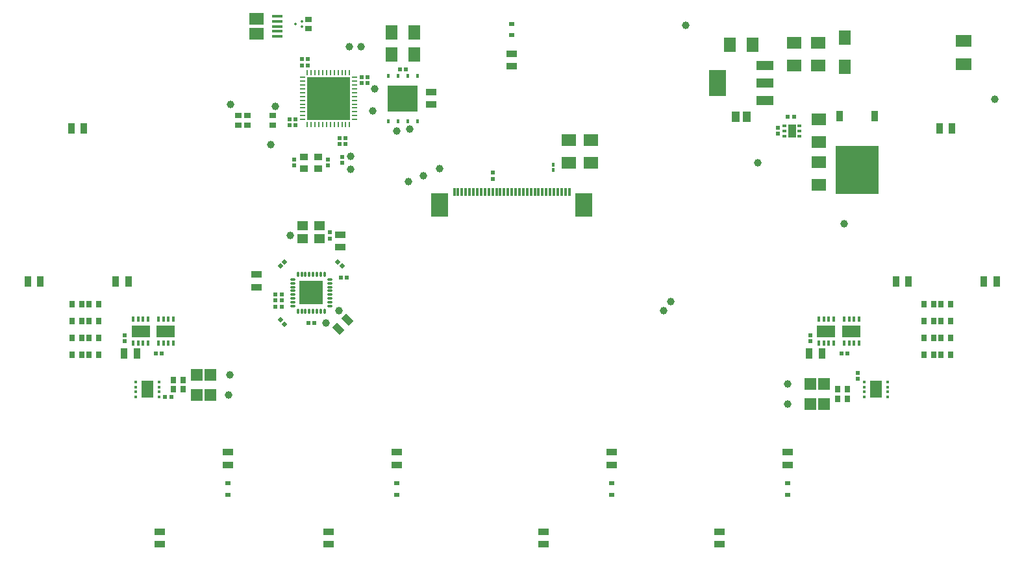
<source format=gtp>
G04*
G04 #@! TF.GenerationSoftware,Altium Limited,Altium Designer,24.5.2 (23)*
G04*
G04 Layer_Color=8421504*
%FSLAX44Y44*%
%MOMM*%
G71*
G04*
G04 #@! TF.SameCoordinates,75C5DE1E-65E4-46FA-8C81-F02E573EC27C*
G04*
G04*
G04 #@! TF.FilePolarity,Positive*
G04*
G01*
G75*
%ADD14R,5.5500X6.3000*%
%ADD15R,0.9000X1.4500*%
%ADD16R,1.0100X1.7000*%
%ADD17R,0.5250X0.3500*%
%ADD18R,1.5500X1.5500*%
%ADD19R,1.5000X2.3000*%
%ADD20R,0.4000X0.3000*%
%ADD21R,0.3500X0.6500*%
%ADD22R,2.4000X1.5500*%
%ADD23O,0.8000X0.3000*%
%ADD24O,0.3000X0.8000*%
%ADD25R,3.1500X3.1500*%
%ADD26R,5.6000X5.6000*%
%ADD27O,0.7500X0.2500*%
%ADD28O,0.2500X0.7500*%
%ADD29C,1.0000*%
%ADD30R,1.4000X1.2000*%
%ADD31R,0.5600X0.5200*%
%ADD32R,0.5200X0.5600*%
G04:AMPARAMS|DCode=33|XSize=0.52mm|YSize=0.56mm|CornerRadius=0mm|HoleSize=0mm|Usage=FLASHONLY|Rotation=315.000|XOffset=0mm|YOffset=0mm|HoleType=Round|Shape=Rectangle|*
%AMROTATEDRECTD33*
4,1,4,-0.3818,-0.0141,0.0141,0.3818,0.3818,0.0141,-0.0141,-0.3818,-0.3818,-0.0141,0.0*
%
%ADD33ROTATEDRECTD33*%

G04:AMPARAMS|DCode=34|XSize=0.52mm|YSize=0.56mm|CornerRadius=0mm|HoleSize=0mm|Usage=FLASHONLY|Rotation=45.000|XOffset=0mm|YOffset=0mm|HoleType=Round|Shape=Rectangle|*
%AMROTATEDRECTD34*
4,1,4,0.0141,-0.3818,-0.3818,0.0141,-0.0141,0.3818,0.3818,-0.0141,0.0141,-0.3818,0.0*
%
%ADD34ROTATEDRECTD34*%

%ADD35R,1.5055X1.8582*%
%ADD36R,4.0000X3.4000*%
%ADD37R,0.4500X0.5500*%
%ADD38R,0.6500X0.6000*%
%ADD39R,1.8582X1.5055*%
%ADD40R,0.3000X1.1000*%
%ADD41R,2.3000X3.1000*%
%ADD42R,0.7500X0.8500*%
G04:AMPARAMS|DCode=43|XSize=0.3mm|YSize=0.3mm|CornerRadius=0.0495mm|HoleSize=0mm|Usage=FLASHONLY|Rotation=90.000|XOffset=0mm|YOffset=0mm|HoleType=Round|Shape=RoundedRectangle|*
%AMROUNDEDRECTD43*
21,1,0.3000,0.2010,0,0,90.0*
21,1,0.2010,0.3000,0,0,90.0*
1,1,0.0990,0.1005,0.1005*
1,1,0.0990,0.1005,-0.1005*
1,1,0.0990,-0.1005,-0.1005*
1,1,0.0990,-0.1005,0.1005*
%
%ADD43ROUNDEDRECTD43*%
%ADD44R,0.8500X0.7500*%
%ADD45R,1.3500X0.4000*%
%ADD46R,1.9000X1.5000*%
%ADD47R,0.8500X1.3500*%
%ADD48R,1.3500X0.8500*%
G04:AMPARAMS|DCode=49|XSize=1.35mm|YSize=0.85mm|CornerRadius=0mm|HoleSize=0mm|Usage=FLASHONLY|Rotation=315.000|XOffset=0mm|YOffset=0mm|HoleType=Round|Shape=Rectangle|*
%AMROTATEDRECTD49*
4,1,4,-0.7778,0.1768,-0.1768,0.7778,0.7778,-0.1768,0.1768,-0.7778,-0.7778,0.1768,0.0*
%
%ADD49ROTATEDRECTD49*%

%ADD50R,2.0300X1.5200*%
%ADD51R,1.6500X1.9000*%
%ADD52R,2.2000X3.5000*%
%ADD53R,2.2000X1.2000*%
%ADD54R,1.0500X1.3500*%
%ADD55R,1.0000X0.9000*%
%ADD56R,0.4500X0.5000*%
D14*
X1150000Y687000D02*
D03*
D15*
X1127200Y757000D02*
D03*
X1172800D02*
D03*
D16*
X1065400Y737500D02*
D03*
D17*
X1075150Y744000D02*
D03*
Y737500D02*
D03*
Y731000D02*
D03*
X1055650D02*
D03*
Y737500D02*
D03*
Y744000D02*
D03*
D18*
X307000Y419000D02*
D03*
X289000D02*
D03*
X1089000Y381000D02*
D03*
X1107000D02*
D03*
X307000Y393000D02*
D03*
X289000D02*
D03*
X1089000Y407000D02*
D03*
X1107000D02*
D03*
D19*
X225000Y400000D02*
D03*
X1175000D02*
D03*
D20*
X209500Y390250D02*
D03*
Y396750D02*
D03*
Y403250D02*
D03*
Y409750D02*
D03*
X240500D02*
D03*
Y403250D02*
D03*
Y396750D02*
D03*
Y390250D02*
D03*
X1190500Y409750D02*
D03*
Y403250D02*
D03*
Y396750D02*
D03*
Y390250D02*
D03*
X1159500D02*
D03*
Y396750D02*
D03*
Y403250D02*
D03*
Y409750D02*
D03*
D21*
X258750Y491500D02*
D03*
X252250D02*
D03*
X245750D02*
D03*
X239250D02*
D03*
Y460500D02*
D03*
X245750D02*
D03*
X252250D02*
D03*
X258750D02*
D03*
X1152750Y491500D02*
D03*
X1146250D02*
D03*
X1139750D02*
D03*
X1133250D02*
D03*
Y460500D02*
D03*
X1139750D02*
D03*
X1146250D02*
D03*
X1152750D02*
D03*
X1119750Y491500D02*
D03*
X1113250D02*
D03*
X1106750D02*
D03*
X1100250D02*
D03*
Y460500D02*
D03*
X1106750D02*
D03*
X1113250D02*
D03*
X1119750D02*
D03*
X225750Y491500D02*
D03*
X219250D02*
D03*
X212750D02*
D03*
X206250D02*
D03*
Y460500D02*
D03*
X212750D02*
D03*
X219250D02*
D03*
X225750D02*
D03*
D22*
X249000Y476000D02*
D03*
X1143000D02*
D03*
X1110000D02*
D03*
X216000D02*
D03*
D23*
X414350Y543750D02*
D03*
Y538750D02*
D03*
Y533750D02*
D03*
Y528750D02*
D03*
Y523750D02*
D03*
Y518750D02*
D03*
Y513750D02*
D03*
Y508750D02*
D03*
X462650D02*
D03*
Y513750D02*
D03*
Y518750D02*
D03*
Y523750D02*
D03*
Y528750D02*
D03*
Y533750D02*
D03*
Y538750D02*
D03*
Y543750D02*
D03*
D24*
X421000Y502100D02*
D03*
X426000D02*
D03*
X431000D02*
D03*
X436000D02*
D03*
X441000D02*
D03*
X446000D02*
D03*
X451000D02*
D03*
X456000D02*
D03*
Y550400D02*
D03*
X451000D02*
D03*
X446000D02*
D03*
X441000D02*
D03*
X436000D02*
D03*
X431000D02*
D03*
X426000D02*
D03*
X421000D02*
D03*
D25*
X438500Y526250D02*
D03*
D26*
X461000Y780000D02*
D03*
D27*
X427250Y752500D02*
D03*
Y757500D02*
D03*
Y762500D02*
D03*
Y767500D02*
D03*
Y772500D02*
D03*
Y777500D02*
D03*
Y782500D02*
D03*
Y787500D02*
D03*
Y792500D02*
D03*
Y797500D02*
D03*
Y802500D02*
D03*
Y807500D02*
D03*
X494750D02*
D03*
Y802500D02*
D03*
Y797500D02*
D03*
Y792500D02*
D03*
Y787500D02*
D03*
Y782500D02*
D03*
Y777500D02*
D03*
Y772500D02*
D03*
Y767500D02*
D03*
Y762500D02*
D03*
Y757500D02*
D03*
Y752500D02*
D03*
D28*
X433500Y813750D02*
D03*
X438500D02*
D03*
X443500D02*
D03*
X448500D02*
D03*
X453500D02*
D03*
X458500D02*
D03*
X463500D02*
D03*
X468500D02*
D03*
X473500D02*
D03*
X478500D02*
D03*
X483500D02*
D03*
X488500D02*
D03*
Y746250D02*
D03*
X483500D02*
D03*
X478500D02*
D03*
X473500D02*
D03*
X468500D02*
D03*
X463500D02*
D03*
X458500D02*
D03*
X453500D02*
D03*
X448500D02*
D03*
X443500D02*
D03*
X438500D02*
D03*
X433500D02*
D03*
D29*
X503500Y847750D02*
D03*
X488250Y847500D02*
D03*
X521000Y792000D02*
D03*
X519000Y764000D02*
D03*
X550325Y737325D02*
D03*
X567175Y739875D02*
D03*
X333250Y772250D02*
D03*
X391500Y769250D02*
D03*
X386000Y720000D02*
D03*
X490000Y687750D02*
D03*
Y704000D02*
D03*
X1133000Y616000D02*
D03*
X1330000Y779000D02*
D03*
X927000Y875000D02*
D03*
X1021000Y696000D02*
D03*
X898000Y503000D02*
D03*
X907000Y514750D02*
D03*
X565000Y671000D02*
D03*
X585000Y679000D02*
D03*
X606000Y688000D02*
D03*
X331000Y393000D02*
D03*
X411250Y601250D02*
D03*
X332000Y419000D02*
D03*
X475000Y503000D02*
D03*
X1060000Y407000D02*
D03*
X458000Y487000D02*
D03*
X1060000Y381000D02*
D03*
D30*
X449000Y613750D02*
D03*
X427000D02*
D03*
X449000Y596750D02*
D03*
X427000D02*
D03*
D31*
X511900Y808000D02*
D03*
X504100D02*
D03*
X511900Y800000D02*
D03*
X504100D02*
D03*
X561900Y818000D02*
D03*
X554100D02*
D03*
X477100Y546000D02*
D03*
X484900D02*
D03*
X399900Y516000D02*
D03*
X392100D02*
D03*
X399900Y524000D02*
D03*
X392100D02*
D03*
X399900Y508000D02*
D03*
X392100D02*
D03*
X435100Y487000D02*
D03*
X442900D02*
D03*
X236100Y447000D02*
D03*
X243900D02*
D03*
X248100Y390000D02*
D03*
X255900D02*
D03*
X1067900Y756000D02*
D03*
X1060100D02*
D03*
X1137900Y447000D02*
D03*
X1130100D02*
D03*
X426100Y823000D02*
D03*
X433900D02*
D03*
X426100Y831000D02*
D03*
X433900D02*
D03*
D32*
X410000Y745100D02*
D03*
Y752900D02*
D03*
X418000Y745100D02*
D03*
Y752900D02*
D03*
X483250Y720100D02*
D03*
Y727900D02*
D03*
X475250Y720100D02*
D03*
Y727900D02*
D03*
X479000Y703900D02*
D03*
Y696100D02*
D03*
X460000Y699900D02*
D03*
Y692100D02*
D03*
X416000Y692100D02*
D03*
Y699900D02*
D03*
X463000Y604900D02*
D03*
Y597100D02*
D03*
X195000Y470900D02*
D03*
Y463100D02*
D03*
X675000Y682900D02*
D03*
Y675100D02*
D03*
X1047000Y741400D02*
D03*
Y733600D02*
D03*
X1089000Y463100D02*
D03*
Y470900D02*
D03*
X1151000Y414100D02*
D03*
Y421900D02*
D03*
D33*
X403758Y566758D02*
D03*
X398242Y561242D02*
D03*
D34*
X478758D02*
D03*
X473242Y566758D02*
D03*
X398242Y490758D02*
D03*
X403758Y485242D02*
D03*
D35*
X984236Y850000D02*
D03*
X1013764D02*
D03*
X572764Y866000D02*
D03*
X543236D02*
D03*
Y837000D02*
D03*
X572764D02*
D03*
D36*
X558000Y780000D02*
D03*
D37*
X538950Y809750D02*
D03*
X551650D02*
D03*
X564350D02*
D03*
X577050D02*
D03*
Y750250D02*
D03*
X564350D02*
D03*
X551650D02*
D03*
X538950D02*
D03*
D38*
X330000Y262750D02*
D03*
Y277250D02*
D03*
X550000Y262750D02*
D03*
Y277250D02*
D03*
X700000Y862750D02*
D03*
Y877250D02*
D03*
X1060000Y277250D02*
D03*
Y262750D02*
D03*
X830000Y277250D02*
D03*
Y262750D02*
D03*
D39*
X774000Y725764D02*
D03*
Y696236D02*
D03*
X1100000Y667236D02*
D03*
Y696764D02*
D03*
Y752764D02*
D03*
Y723236D02*
D03*
X1099916Y823236D02*
D03*
Y852764D02*
D03*
X1068281Y823033D02*
D03*
Y852561D02*
D03*
X803000Y696236D02*
D03*
Y725764D02*
D03*
D40*
X700000Y658000D02*
D03*
X705000D02*
D03*
X695000D02*
D03*
X690000D02*
D03*
X685000D02*
D03*
X680000D02*
D03*
X675000D02*
D03*
X670000D02*
D03*
X665000D02*
D03*
X660000D02*
D03*
X655000D02*
D03*
X650000D02*
D03*
X645000D02*
D03*
X640000D02*
D03*
X635000D02*
D03*
X630000D02*
D03*
X625000D02*
D03*
X710000D02*
D03*
X715000D02*
D03*
X720000D02*
D03*
X725000D02*
D03*
X730000D02*
D03*
X735000D02*
D03*
X740000D02*
D03*
X745000D02*
D03*
X750000D02*
D03*
X755000D02*
D03*
X760000D02*
D03*
X765000D02*
D03*
X770000D02*
D03*
X775000D02*
D03*
D41*
X605800Y641000D02*
D03*
X794200D02*
D03*
D42*
X139000Y467000D02*
D03*
X126500D02*
D03*
X161000D02*
D03*
X148500D02*
D03*
X126750Y511000D02*
D03*
X139250D02*
D03*
X148750D02*
D03*
X161250D02*
D03*
X1250250Y489000D02*
D03*
X1237750D02*
D03*
X1250000Y445000D02*
D03*
X1237500D02*
D03*
X1250250Y467000D02*
D03*
X1237750D02*
D03*
X1250250Y511000D02*
D03*
X1237750D02*
D03*
X1137250Y400000D02*
D03*
X1124750D02*
D03*
X258750D02*
D03*
X271250D02*
D03*
X1137250Y388000D02*
D03*
X1124750D02*
D03*
X258750Y412000D02*
D03*
X271250D02*
D03*
X161250Y445000D02*
D03*
X148750D02*
D03*
X161500Y489000D02*
D03*
X149000D02*
D03*
X1259750Y467000D02*
D03*
X1272250D02*
D03*
X1259750Y489000D02*
D03*
X1272250D02*
D03*
X1259500Y445000D02*
D03*
X1272000D02*
D03*
X1259750Y511000D02*
D03*
X1272250D02*
D03*
X139250Y445000D02*
D03*
X126750D02*
D03*
X139500Y489000D02*
D03*
X127000D02*
D03*
D43*
X426250Y873500D02*
D03*
X417750Y877000D02*
D03*
X426250Y880500D02*
D03*
D44*
X435000Y883250D02*
D03*
Y870750D02*
D03*
X388000Y745000D02*
D03*
Y757500D02*
D03*
X343000Y745000D02*
D03*
Y757500D02*
D03*
X355000Y745000D02*
D03*
Y757500D02*
D03*
D45*
X394500Y887000D02*
D03*
Y880500D02*
D03*
Y874000D02*
D03*
Y867500D02*
D03*
Y861000D02*
D03*
D46*
X367500Y884000D02*
D03*
Y864000D02*
D03*
D47*
X194750Y447000D02*
D03*
X211250D02*
D03*
X85250Y541000D02*
D03*
X68750D02*
D03*
X183750D02*
D03*
X200250D02*
D03*
X125750Y741000D02*
D03*
X142250D02*
D03*
X1217250Y541000D02*
D03*
X1200750D02*
D03*
X1315750D02*
D03*
X1332250D02*
D03*
X1274250Y741000D02*
D03*
X1257750D02*
D03*
X1104250Y447000D02*
D03*
X1087750D02*
D03*
D48*
X367000Y533750D02*
D03*
Y550250D02*
D03*
X476000Y602250D02*
D03*
Y585750D02*
D03*
X550000Y318250D02*
D03*
Y301750D02*
D03*
X595000Y788250D02*
D03*
Y771750D02*
D03*
X971000Y214250D02*
D03*
Y197750D02*
D03*
X461000Y214250D02*
D03*
Y197750D02*
D03*
X241000Y214250D02*
D03*
Y197750D02*
D03*
X741000Y214250D02*
D03*
Y197750D02*
D03*
X700000Y838250D02*
D03*
Y821750D02*
D03*
X1060000Y301750D02*
D03*
Y318250D02*
D03*
X330000Y301750D02*
D03*
Y318250D02*
D03*
X830000Y301750D02*
D03*
Y318250D02*
D03*
D49*
X485834Y490834D02*
D03*
X474166Y479166D02*
D03*
D50*
X1289000Y855200D02*
D03*
Y824800D02*
D03*
D51*
X1134000Y859000D02*
D03*
Y821000D02*
D03*
D52*
X968000Y800000D02*
D03*
D53*
X1030000Y823000D02*
D03*
Y800000D02*
D03*
Y777000D02*
D03*
D54*
X1006250Y756000D02*
D03*
X991750D02*
D03*
D55*
X428750Y703500D02*
D03*
X447250D02*
D03*
Y688500D02*
D03*
X428750D02*
D03*
D56*
X754000Y686250D02*
D03*
Y693750D02*
D03*
M02*

</source>
